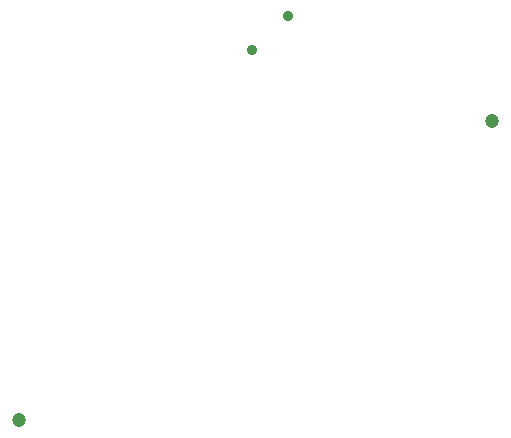
<source format=gbr>
%TF.GenerationSoftware,KiCad,Pcbnew,8.0.4*%
%TF.CreationDate,2024-09-02T19:36:40+02:00*%
%TF.ProjectId,Zoka-MainBoard,5a6f6b61-2d4d-4616-996e-426f6172642e,rev?*%
%TF.SameCoordinates,Original*%
%TF.FileFunction,NonPlated,1,4,NPTH,Drill*%
%TF.FilePolarity,Positive*%
%FSLAX46Y46*%
G04 Gerber Fmt 4.6, Leading zero omitted, Abs format (unit mm)*
G04 Created by KiCad (PCBNEW 8.0.4) date 2024-09-02 19:36:40*
%MOMM*%
%LPD*%
G01*
G04 APERTURE LIST*
%TA.AperFunction,ComponentDrill*%
%ADD10C,0.900000*%
%TD*%
%TA.AperFunction,ComponentDrill*%
%ADD11C,1.200000*%
%TD*%
G04 APERTURE END LIST*
D10*
%TO.C,SW501*%
X177539354Y-43685547D03*
X180627296Y-40765425D03*
D11*
%TO.C,H101*%
X157833956Y-75041091D03*
%TO.C,H103*%
X197826506Y-49701445D03*
M02*

</source>
